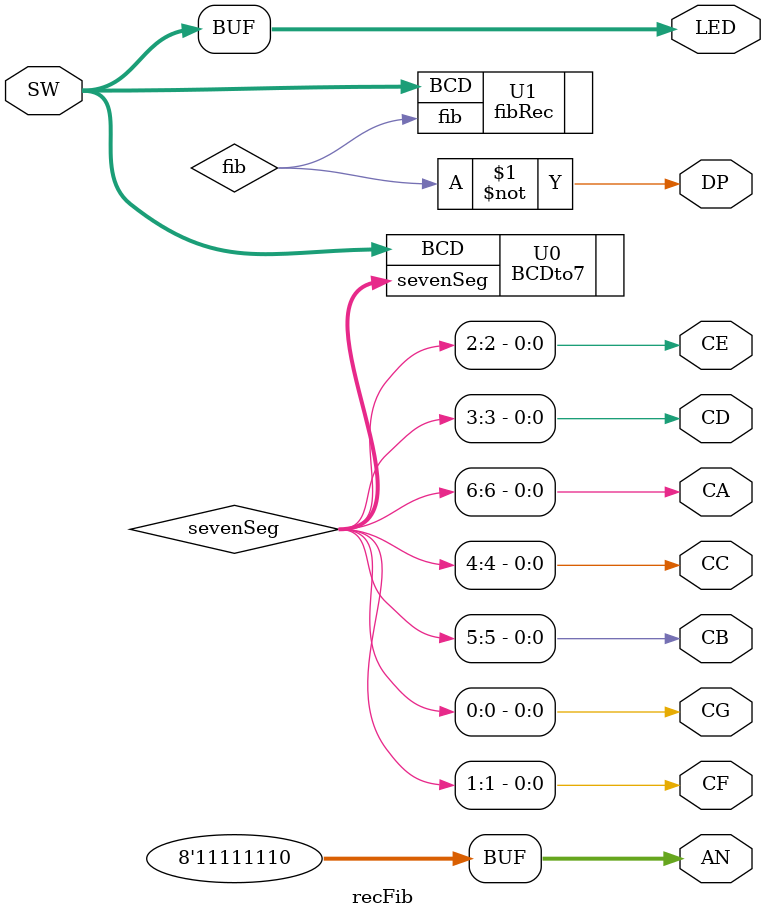
<source format=sv>
`timescale 1ns / 1ps


module recFib(
    input logic [3:0]SW,
    output logic [7:0]AN,
    output logic CA,CB,CC,CD,CE,CF,CG,DP,
    output logic [3:0]LED
    );
    logic fib;
    logic [6:0]sevenSeg;
    assign AN = 8'b11111110;
    BCDto7 U0(.BCD(SW),.sevenSeg(sevenSeg));
    fibRec U1(.BCD(SW),.fib(fib));
    assign DP = ~fib;
    assign LED = SW;
    assign CA = sevenSeg[6];
    assign CB = sevenSeg[5];
    assign CC = sevenSeg[4];
    assign CD = sevenSeg[3];
    assign CE = sevenSeg[2];
    assign CF = sevenSeg[1];
    assign CG = sevenSeg[0];
endmodule

</source>
